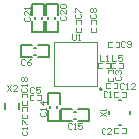
<source format=gto>
G04*
G04 #@! TF.GenerationSoftware,Altium Limited,Altium Designer,19.0.10 (269)*
G04*
G04 Layer_Color=65535*
%FSLAX24Y24*%
%MOIN*%
G70*
G01*
G75*
%ADD10C,0.0079*%
%ADD11C,0.0060*%
%ADD12C,0.0049*%
D10*
X875Y-860D02*
G03*
X875Y-860I-39J0D01*
G01*
X-2368Y-1505D02*
Y-1316D01*
X-1896Y-1505D02*
Y-1316D01*
X-1132Y1476D02*
Y1555D01*
X-1368Y1476D02*
Y1555D01*
X-669Y1476D02*
Y1555D01*
X-906Y1476D02*
Y1555D01*
X-49Y-1848D02*
X29D01*
X-49Y-1612D02*
X29D01*
X-845Y-1484D02*
Y-1405D01*
X-609Y-1484D02*
Y-1405D01*
X-1398Y531D02*
X-1319D01*
X-1398Y295D02*
X-1319D01*
D11*
X1454Y-1210D02*
X1502D01*
X1824Y-1698D02*
Y-1572D01*
X1454Y-2061D02*
X1502D01*
X1131Y-1698D02*
Y-1572D01*
X-1053Y1614D02*
Y1978D01*
Y1053D02*
Y1417D01*
X-1447Y1614D02*
Y1978D01*
Y1053D02*
Y1417D01*
Y1053D02*
X-1053D01*
X-1447Y1978D02*
X-1053D01*
X-591Y1614D02*
Y1978D01*
Y1053D02*
Y1417D01*
X-984Y1614D02*
Y1978D01*
Y1053D02*
Y1417D01*
Y1053D02*
X-591D01*
X-984Y1978D02*
X-591D01*
X88Y-1927D02*
X453D01*
X-473D02*
X-108D01*
X88Y-1533D02*
X453D01*
X-473D02*
X-108D01*
X-473Y-1927D02*
Y-1533D01*
X453Y-1927D02*
Y-1533D01*
X-924Y-1907D02*
Y-1543D01*
Y-1346D02*
Y-982D01*
X-530Y-1907D02*
Y-1543D01*
Y-1346D02*
Y-982D01*
X-924D02*
X-530D01*
X-924Y-1907D02*
X-530D01*
X-1821Y610D02*
X-1457D01*
X-1260D02*
X-896D01*
X-1821Y217D02*
X-1457D01*
X-1260D02*
X-896D01*
Y610D01*
X-1821Y217D02*
Y610D01*
D12*
X1285Y-2333D02*
Y-2159D01*
X1671Y-2333D02*
Y-2159D01*
X1547Y-2333D02*
X1671D01*
X1285D02*
X1409D01*
X1547Y-2159D02*
X1671D01*
X1285D02*
X1409D01*
X1671Y-1111D02*
Y-938D01*
X1285Y-1111D02*
Y-938D01*
X1409D01*
X1547D02*
X1671D01*
X1285Y-1111D02*
X1409D01*
X1547D02*
X1671D01*
X1394Y-808D02*
Y-635D01*
X1008Y-808D02*
Y-635D01*
X1132D01*
X1270D02*
X1394D01*
X1008Y-808D02*
X1132D01*
X1270D02*
X1394D01*
X-722Y719D02*
X722D01*
X-722Y-750D02*
X722D01*
X-722D02*
Y719D01*
X722Y-750D02*
Y719D01*
X1581Y-155D02*
Y18D01*
X1195Y-155D02*
Y18D01*
X1319D01*
X1457D02*
X1581D01*
X1195Y-155D02*
X1319D01*
X1457D02*
X1581D01*
X1151Y-155D02*
Y18D01*
X765Y-155D02*
Y18D01*
X889D01*
X1027D02*
X1151D01*
X765Y-155D02*
X889D01*
X1027D02*
X1151D01*
X-1795Y-1387D02*
Y-1263D01*
Y-1125D02*
Y-1001D01*
X-1622Y-1387D02*
Y-1263D01*
Y-1125D02*
Y-1001D01*
X-1795D02*
X-1622D01*
X-1795Y-1387D02*
X-1622D01*
Y-1568D02*
Y-1444D01*
Y-1830D02*
Y-1706D01*
X-1795Y-1568D02*
Y-1444D01*
Y-1830D02*
Y-1706D01*
Y-1830D02*
X-1622D01*
X-1795Y-1444D02*
X-1622D01*
X1339Y552D02*
X1463D01*
X1077D02*
X1201D01*
X1339Y725D02*
X1463D01*
X1077D02*
X1201D01*
X1077Y552D02*
Y725D01*
X1463Y552D02*
Y725D01*
X687Y1309D02*
Y1433D01*
Y1047D02*
Y1171D01*
X514Y1309D02*
Y1433D01*
Y1047D02*
Y1171D01*
Y1047D02*
X687D01*
X514Y1433D02*
X687D01*
X176Y1309D02*
Y1433D01*
Y1047D02*
Y1171D01*
X3Y1309D02*
Y1433D01*
Y1047D02*
Y1171D01*
Y1047D02*
X176D01*
X3Y1433D02*
X176D01*
X-1533Y-1043D02*
X-1409D01*
X-1272D02*
X-1148D01*
X-1533Y-1217D02*
X-1409D01*
X-1272D02*
X-1148D01*
Y-1043D01*
X-1533Y-1217D02*
Y-1043D01*
X1259Y-330D02*
Y-206D01*
Y-592D02*
Y-468D01*
X1086Y-330D02*
Y-206D01*
Y-592D02*
Y-468D01*
Y-592D02*
X1259D01*
X1086Y-206D02*
X1259D01*
X817Y-1763D02*
X1014Y-1632D01*
X817D02*
X1014Y-1763D01*
Y-1567D02*
Y-1501D01*
Y-1534D01*
X817D01*
X850Y-1567D01*
X997Y-2184D02*
X965Y-2151D01*
X899D01*
X866Y-2184D01*
Y-2315D01*
X899Y-2348D01*
X965D01*
X997Y-2315D01*
X1194Y-2348D02*
X1063D01*
X1194Y-2217D01*
Y-2184D01*
X1161Y-2151D01*
X1096D01*
X1063Y-2184D01*
X1063Y-964D02*
X1030Y-931D01*
X965D01*
X932Y-964D01*
Y-1095D01*
X965Y-1128D01*
X1030D01*
X1063Y-1095D01*
X1129Y-1128D02*
X1194D01*
X1161D01*
Y-931D01*
X1129Y-964D01*
X1621Y-671D02*
X1588Y-639D01*
X1523D01*
X1490Y-671D01*
Y-803D01*
X1523Y-835D01*
X1588D01*
X1621Y-803D01*
X1687Y-835D02*
X1752D01*
X1720D01*
Y-639D01*
X1687Y-671D01*
X1982Y-835D02*
X1851D01*
X1982Y-704D01*
Y-671D01*
X1949Y-639D01*
X1884D01*
X1851Y-671D01*
X1657Y705D02*
X1624Y738D01*
X1558D01*
X1526Y705D01*
Y574D01*
X1558Y541D01*
X1624D01*
X1657Y574D01*
X1722D02*
X1755Y541D01*
X1821D01*
X1854Y574D01*
Y705D01*
X1821Y738D01*
X1755D01*
X1722Y705D01*
Y673D01*
X1755Y640D01*
X1854D01*
X-1158Y-1611D02*
X-1191Y-1644D01*
Y-1709D01*
X-1158Y-1742D01*
X-1027D01*
X-994Y-1709D01*
Y-1644D01*
X-1027Y-1611D01*
X-994Y-1545D02*
Y-1480D01*
Y-1513D01*
X-1191D01*
X-1158Y-1545D01*
X-994Y-1283D02*
X-1191D01*
X-1092Y-1381D01*
Y-1250D01*
X-131Y-2031D02*
X-164Y-1998D01*
X-230D01*
X-263Y-2031D01*
Y-2162D01*
X-230Y-2195D01*
X-164D01*
X-131Y-2162D01*
X-66Y-2195D02*
X-0D01*
X-33D01*
Y-1998D01*
X-66Y-2031D01*
X229Y-1998D02*
X98D01*
Y-2096D01*
X164Y-2064D01*
X197D01*
X229Y-2096D01*
Y-2162D01*
X197Y-2195D01*
X131D01*
X98Y-2162D01*
X-1690Y115D02*
X-1722Y148D01*
X-1788D01*
X-1821Y115D01*
Y-16D01*
X-1788Y-49D01*
X-1722D01*
X-1690Y-16D01*
X-1493Y148D02*
X-1558Y115D01*
X-1624Y49D01*
Y-16D01*
X-1591Y-49D01*
X-1526D01*
X-1493Y-16D01*
Y16D01*
X-1526Y49D01*
X-1624D01*
X1230Y277D02*
Y80D01*
X1361D01*
X1558Y277D02*
X1427D01*
Y178D01*
X1492Y211D01*
X1525D01*
X1558Y178D01*
Y113D01*
X1525Y80D01*
X1460D01*
X1427Y113D01*
X1356Y-429D02*
X1323Y-462D01*
Y-527D01*
X1356Y-560D01*
X1487D01*
X1520Y-527D01*
Y-462D01*
X1487Y-429D01*
X1356Y-363D02*
X1323Y-330D01*
Y-265D01*
X1356Y-232D01*
X1389D01*
X1422Y-265D01*
Y-298D01*
Y-265D01*
X1454Y-232D01*
X1487D01*
X1520Y-265D01*
Y-330D01*
X1487Y-363D01*
X830Y277D02*
Y80D01*
X961D01*
X1027D02*
X1092D01*
X1060D01*
Y277D01*
X1027Y244D01*
X-489Y1578D02*
X-522Y1545D01*
Y1480D01*
X-489Y1447D01*
X-358D01*
X-325Y1480D01*
Y1545D01*
X-358Y1578D01*
X-325Y1775D02*
Y1644D01*
X-456Y1775D01*
X-489D01*
X-522Y1742D01*
Y1676D01*
X-489Y1644D01*
Y1840D02*
X-522Y1873D01*
Y1939D01*
X-489Y1972D01*
X-358D01*
X-325Y1939D01*
Y1873D01*
X-358Y1840D01*
X-489D01*
X-1774Y-809D02*
X-1807Y-842D01*
Y-907D01*
X-1774Y-940D01*
X-1643D01*
X-1610Y-907D01*
Y-842D01*
X-1643Y-809D01*
X-1610Y-743D02*
Y-678D01*
Y-710D01*
X-1807D01*
X-1774Y-743D01*
Y-579D02*
X-1807Y-546D01*
Y-481D01*
X-1774Y-448D01*
X-1741D01*
X-1708Y-481D01*
X-1676Y-448D01*
X-1643D01*
X-1610Y-481D01*
Y-546D01*
X-1643Y-579D01*
X-1676D01*
X-1708Y-546D01*
X-1741Y-579D01*
X-1774D01*
X-1708Y-546D02*
Y-481D01*
X-1768Y-2251D02*
X-1801Y-2283D01*
Y-2349D01*
X-1768Y-2382D01*
X-1637D01*
X-1604Y-2349D01*
Y-2283D01*
X-1637Y-2251D01*
X-1604Y-2185D02*
Y-2120D01*
Y-2152D01*
X-1801D01*
X-1768Y-2185D01*
X-1801Y-2021D02*
Y-1890D01*
X-1768D01*
X-1637Y-2021D01*
X-1604D01*
X-1389Y-818D02*
X-1422Y-785D01*
X-1487D01*
X-1520Y-818D01*
Y-949D01*
X-1487Y-982D01*
X-1422D01*
X-1389Y-949D01*
X-1192Y-785D02*
X-1323D01*
Y-884D01*
X-1258Y-851D01*
X-1225D01*
X-1192Y-884D01*
Y-949D01*
X-1225Y-982D01*
X-1290D01*
X-1323Y-949D01*
X525Y1647D02*
X492Y1614D01*
Y1548D01*
X525Y1516D01*
X656D01*
X689Y1548D01*
Y1614D01*
X656Y1647D01*
X525Y1712D02*
X492Y1745D01*
Y1811D01*
X525Y1844D01*
X558D01*
X591Y1811D01*
X623Y1844D01*
X656D01*
X689Y1811D01*
Y1745D01*
X656Y1712D01*
X623D01*
X591Y1745D01*
X558Y1712D01*
X525D01*
X591Y1745D02*
Y1811D01*
X16Y1651D02*
X-17Y1618D01*
Y1553D01*
X16Y1520D01*
X147D01*
X180Y1553D01*
Y1618D01*
X147Y1651D01*
X-17Y1717D02*
Y1848D01*
X16D01*
X147Y1717D01*
X180D01*
X-128Y984D02*
Y820D01*
X-95Y787D01*
X-30D01*
X3Y820D01*
Y984D01*
X69Y787D02*
X134D01*
X102D01*
Y984D01*
X69Y951D01*
X-2280Y-733D02*
X-2149Y-930D01*
Y-733D02*
X-2280Y-930D01*
X-1952D02*
X-2083D01*
X-1952Y-799D01*
Y-766D01*
X-1985Y-733D01*
X-2050D01*
X-2083Y-766D01*
X-1680Y1549D02*
X-1713Y1516D01*
Y1450D01*
X-1680Y1417D01*
X-1549D01*
X-1516Y1450D01*
Y1516D01*
X-1549Y1549D01*
X-1516Y1745D02*
Y1614D01*
X-1647Y1745D01*
X-1680D01*
X-1713Y1713D01*
Y1647D01*
X-1680Y1614D01*
X-1516Y1811D02*
Y1876D01*
Y1844D01*
X-1713D01*
X-1680Y1811D01*
M02*

</source>
